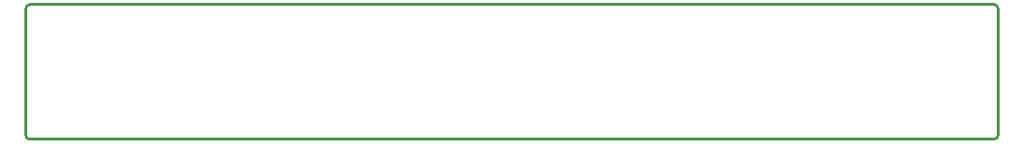
<source format=gko>
G04 DesignSpark PCB Gerber Version 10.0 Build 5299*
G04 #@! TF.Part,Single*
%FSLAX35Y35*%
%MOMM*%
%ADD10C,0.30000*%
G04 #@! TD.AperFunction*
X0Y0D02*
D02*
D10*
X412000Y2169300D02*
X11812050D01*
G75*
G02*
X11862050Y2119300I0J-50000D01*
G01*
Y619300D01*
G75*
G02*
X11812050Y569300I-50000J0D01*
G01*
X411000D01*
G75*
G02*
X362050Y619300I530J49480D01*
G01*
Y2119300D01*
G75*
G02*
X412000Y2169300I49980J30D01*
G01*
X0Y0D02*
M02*

</source>
